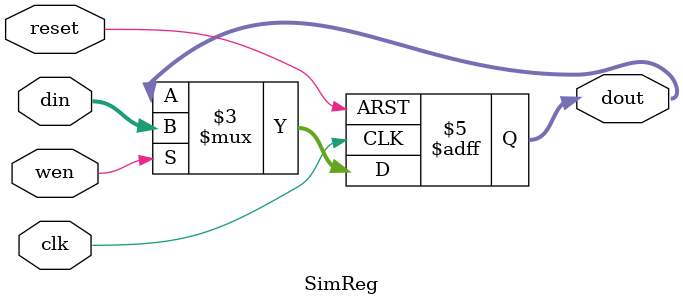
<source format=v>
module SimReg #(
    parameter WIDTH = 4,        // 数据位宽
    parameter RESET_VALUE = 0   // 复位初始值
) (
    input clk,                  // 时钟信号
    input reset,                // 复位信号
    input [WIDTH-1:0] din,      // 数据输入
    output reg [WIDTH-1:0] dout, // 数据输出
    input wen                   // 写使能
);
    // 寄存器逻辑：在时钟上升沿或复位时操作
    always @(posedge clk or negedge reset) begin
        if (!reset)              // 低电平复位
            dout <= RESET_VALUE; // 复位时输出为初始值
        else if (wen) 
            dout <= din;         // 写使能为高时更新寄存器值
    end
endmodule

</source>
